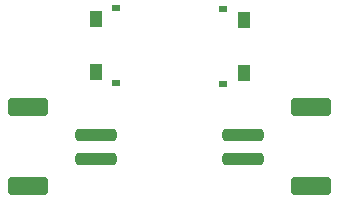
<source format=gtp>
%TF.GenerationSoftware,KiCad,Pcbnew,(6.0.9-0)*%
%TF.CreationDate,2022-12-17T11:16:42-06:00*%
%TF.ProjectId,corne-ice,636f726e-652d-4696-9365-2e6b69636164,0.1*%
%TF.SameCoordinates,Original*%
%TF.FileFunction,Paste,Top*%
%TF.FilePolarity,Positive*%
%FSLAX46Y46*%
G04 Gerber Fmt 4.6, Leading zero omitted, Abs format (unit mm)*
G04 Created by KiCad (PCBNEW (6.0.9-0)) date 2022-12-17 11:16:42*
%MOMM*%
%LPD*%
G01*
G04 APERTURE LIST*
G04 Aperture macros list*
%AMRoundRect*
0 Rectangle with rounded corners*
0 $1 Rounding radius*
0 $2 $3 $4 $5 $6 $7 $8 $9 X,Y pos of 4 corners*
0 Add a 4 corners polygon primitive as box body*
4,1,4,$2,$3,$4,$5,$6,$7,$8,$9,$2,$3,0*
0 Add four circle primitives for the rounded corners*
1,1,$1+$1,$2,$3*
1,1,$1+$1,$4,$5*
1,1,$1+$1,$6,$7*
1,1,$1+$1,$8,$9*
0 Add four rect primitives between the rounded corners*
20,1,$1+$1,$2,$3,$4,$5,0*
20,1,$1+$1,$4,$5,$6,$7,0*
20,1,$1+$1,$6,$7,$8,$9,0*
20,1,$1+$1,$8,$9,$2,$3,0*%
G04 Aperture macros list end*
%ADD10R,0.800000X0.600000*%
%ADD11R,1.050000X1.450000*%
%ADD12RoundRect,0.250000X1.500000X-0.250000X1.500000X0.250000X-1.500000X0.250000X-1.500000X-0.250000X0*%
%ADD13RoundRect,0.250001X1.449999X-0.499999X1.449999X0.499999X-1.449999X0.499999X-1.449999X-0.499999X0*%
%ADD14RoundRect,0.250000X-1.500000X0.250000X-1.500000X-0.250000X1.500000X-0.250000X1.500000X0.250000X0*%
%ADD15RoundRect,0.250001X-1.449999X0.499999X-1.449999X-0.499999X1.449999X-0.499999X1.449999X0.499999X0*%
G04 APERTURE END LIST*
D10*
X143932500Y-70430000D03*
X143932500Y-64030000D03*
D11*
X142207500Y-64955000D03*
X142207500Y-69505000D03*
D12*
X154671500Y-76812000D03*
X154671500Y-74812000D03*
D13*
X160421500Y-79162000D03*
X160421500Y-72462000D03*
D10*
X152982500Y-64130000D03*
X152982500Y-70530000D03*
D11*
X154707500Y-69605000D03*
X154707500Y-65055000D03*
D14*
X142210500Y-74812000D03*
X142210500Y-76812000D03*
D15*
X136460500Y-72462000D03*
X136460500Y-79162000D03*
M02*

</source>
